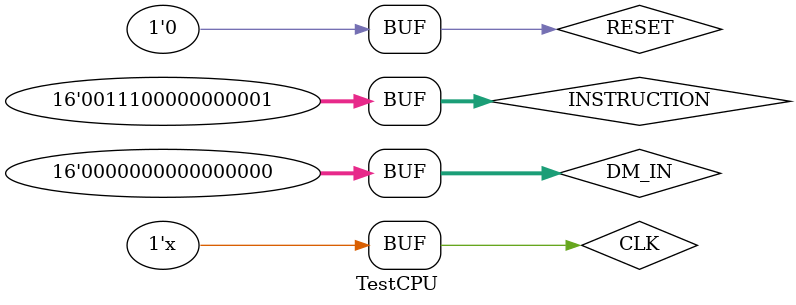
<source format=v>
`timescale 1ns / 1ps


module TestCPU;

	// Inputs
	reg CLK;
	reg RESET;
	reg [15:0] INSTRUCTION;
	reg [15:0] DM_IN;

	// Outputs
	wire [10:0] ADDR_PM;
	wire [10:0] ADDR_DM;
	wire [15:0] ACC;
	wire RD;
	wire WR;
	

	// Instantiate the Unit Under Test (UUT)
	CPU uut (
		.CLK(CLK), 
		.RESET(RESET), 
		.INSTRUCTION(INSTRUCTION), 
		.DM_IN(DM_IN), 
		
		.ADDR_PM(ADDR_PM), 
		.ADDR_DM(ADDR_DM), 
		.ACC(ACC), 
		.RD(RD), 
		.WR(WR)
	);

	initial begin
		// Initialize Inputs
		CLK = 0;
		RESET = 1;
		INSTRUCTION = 0;
		DM_IN = 0;

		// Wait 100 ns for global reset to finish
		#100;
		RESET =0;
       
		INSTRUCTION = 16'b0000000000000000; //halt
		DM_IN = 0;
		// Add stimulus here
		
		#2;
		
		INSTRUCTION = 16'b0001100000000100; //LDI 4 
		DM_IN = 15;
		
		#2;
       
		INSTRUCTION = 16'b0000100000000010; // sto 2
		DM_IN = 10;
		
		#2;
       
		INSTRUCTION = 16'b0001000000000010; // LD 2
		DM_IN = 10;
		
		#2;
       
	
       
		INSTRUCTION = 16'b0010000000000001; //ADD 1
		DM_IN = 10;
		
		#2;
       
		INSTRUCTION = 16'b0010100000000100; //ADDI 4
		DM_IN = 0;
		
		#2;
       
		INSTRUCTION = 16'b0001100000000001; //SUB 1 
		DM_IN = 5;
		
		#2;
       
		INSTRUCTION = 16'b0011100000000001; //SUBI 1
		DM_IN = 0;

	end
	
	always
	begin
	 #1 CLK=~CLK;
	 end
      
endmodule


</source>
